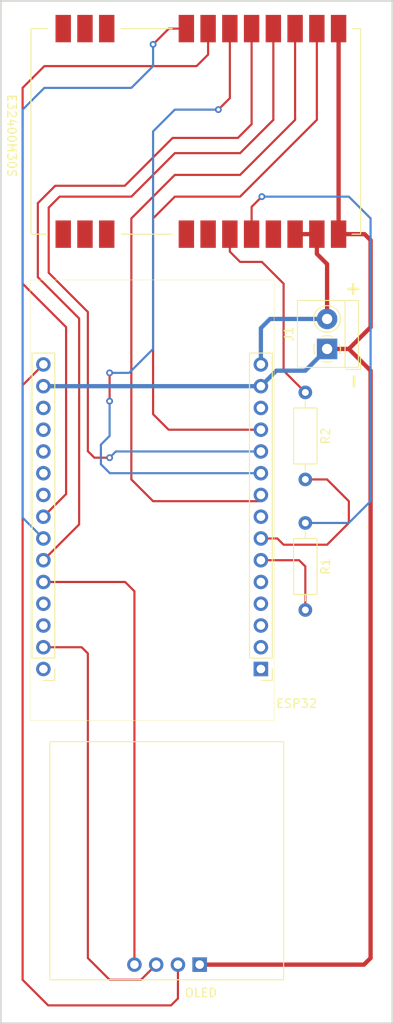
<source format=kicad_pcb>
(kicad_pcb (version 20211014) (generator pcbnew)
  (layers (0 "F.Cu" signal) (31 "B.Cu" signal) (34 "B.Paste" user) (35 "F.Paste" user) (36 "B.SilkS" user "B.Silkscreen") (37 "F.SilkS" user "F.Silkscreen") (38 "B.Mask" user) (39 "F.Mask" user) (44 "Edge.Cuts" user))
  (net 0 "")
  (net 1 "GND")
  (net 2 "+5V")
  (net 3 "Net-(R1-Pad1)")
  (net 4 "Net-(R1-Pad2)")
  (net 5 "Net-(R2-Pad1)")
  (net 6 "Net-(R2-Pad2)")
  (net 13 "Net-(U1-Pad9)")
  (net 14 "Net-(U1-Pad10)")
  (net 15 "Net-(U1-Pad11)")
  (net 16 "Net-(U1-Pad12)")
  (net 18 "Net-(U1-Pad16)")
  (net 24 "Net-(U1-Pad23)")
  (net 25 "Net-(U1-Pad24)")
  (net 26 "Net-(U1-Pad25)")
  (net 27 "Net-(U1-Pad26)")
  (net 30 "Net-(U1-Pad29)")
  (footprint "TinyGS:E32400M" (layer "F.Cu") (at 146.155 33.72 -90)
    (fp_text reference "U2")
    (fp_text value "E32400M30S" (at 12.508 40.745 -90 unlocked) (layer "F.SilkS"))
    (fp_line (start 24 38.5) (end 24 36.56) (layer "F.SilkS") (width 0.12))
    (fp_line (start 0 38.5) (end 0 36.56) (layer "F.SilkS") (width 0.12))
    (fp_line (start 0 22) (end 0 28) (layer "F.SilkS") (width 0.12))
    (fp_line (start 24 0) (end 24 1) (layer "F.SilkS") (width 0.12))
    (fp_line (start 0 0) (end 0 1) (layer "F.SilkS") (width 0.12))
    (fp_line (start 0 38.5) (end 24 38.5) (layer "F.SilkS") (width 0.12))
    (fp_line (start 0 0) (end 24 0) (layer "F.SilkS") (width 0.12))
    (fp_line (start 24 22) (end 24 27.94) (layer "F.SilkS") (width 0.12))
    (pad "1" smd rect (at 24 34.731 270) (size 3.2 1.8) (layers "F.Cu" "F.Paste" "F.Mask"))
    (pad "2" smd rect (at 24 32.191 270) (size 3.2 1.8) (layers "F.Cu" "F.Paste" "F.Mask"))
    (pad "3" smd rect (at 24 29.651 270) (size 3.2 1.8) (layers "F.Cu" "F.Paste" "F.Mask"))
    (pad "4" smd rect (at 24 20.351 270) (size 3.2 1.8) (layers "F.Cu" "F.Paste" "F.Mask"))
    (pad "5" smd rect (at 24 17.811 270) (size 3.2 1.8) (layers "F.Cu" "F.Paste" "F.Mask"))
    (pad "6" smd rect (at 24 15.271 270) (size 3.2 1.8) (layers "F.Cu" "F.Paste" "F.Mask") (net 5 "Net-(R2-Pad1)"))
    (pad "7" smd rect (at 24 12.731 270) (size 3.2 1.8) (layers "F.Cu" "F.Paste" "F.Mask") (net 3 "Net-(R1-Pad1)"))
    (pad "8" smd rect (at 24 10.191 270) (size 3.2 1.8) (layers "F.Cu" "F.Paste" "F.Mask"))
    (pad "9" smd rect (at 24 7.651 270) (size 3.2 1.8) (layers "F.Cu" "F.Paste" "F.Mask") (net 2 "+5V"))
    (pad "10" smd rect (at 24 5.111 270) (size 3.2 1.8) (layers "F.Cu" "F.Paste" "F.Mask") (net 2 "+5V"))
    (pad "11" smd rect (at 24 2.571 270) (size 3.2 1.8) (layers "F.Cu" "F.Paste" "F.Mask") (net 1 "GND"))
    (pad "18" smd rect (at 0 2.571 270) (size 3.2 1.8) (layers "F.Cu" "F.Paste" "F.Mask") (net 1 "GND"))
    (pad "19" smd rect (at 0 5.111 270) (size 3.2 1.8) (layers "F.Cu" "F.Paste" "F.Mask") (net 16 "Net-(U1-Pad12)"))
    (pad "20" smd rect (at 0 7.651 270) (size 3.2 1.8) (layers "F.Cu" "F.Paste" "F.Mask") (net 13 "Net-(U1-Pad9)"))
    (pad "21" smd rect (at 0 10.191 270) (size 3.2 1.8) (layers "F.Cu" "F.Paste" "F.Mask") (net 15 "Net-(U1-Pad11)"))
    (pad "22" smd rect (at 0 12.731 270) (size 3.2 1.8) (layers "F.Cu" "F.Paste" "F.Mask") (net 26 "Net-(U1-Pad25)"))
    (pad "23" smd rect (at 0 15.271 270) (size 3.2 1.8) (layers "F.Cu" "F.Paste" "F.Mask") (net 14 "Net-(U1-Pad10)"))
    (pad "24" smd rect (at 0 17.811 270) (size 3.2 1.8) (layers "F.Cu" "F.Paste" "F.Mask") (net 24 "Net-(U1-Pad23)"))
    (pad "25" smd rect (at 0 20.351 270) (size 3.2 1.8) (layers "F.Cu" "F.Paste" "F.Mask") (net 25 "Net-(U1-Pad24)"))
    (pad "26" smd rect (at 0 29.651 270) (size 3.2 1.8) (layers "F.Cu" "F.Paste" "F.Mask"))
    (pad "27" smd rect (at 0 32.191 270) (size 3.2 1.8) (layers "F.Cu" "F.Paste" "F.Mask"))
    (pad "28" smd rect (at 0 34.731 270) (size 3.2 1.8) (layers "F.Cu" "F.Paste" "F.Mask"))
  )
  (footprint "Resistor_THT:R_Axial_DIN0207_L6.3mm_D2.5mm_P10.16mm_Horizontal" (layer "F.Cu") (at 139.7 76.2 -90)
    (fp_text reference "R2" (at 5.08 -2.37 90) (layer "F.SilkS"))
    (fp_text value "1K")
    (fp_line (start 1.81 1.37) (end 8.35 1.37) (layer "F.SilkS") (width 0.12))
    (fp_line (start 1.04 0) (end 1.81 0) (layer "F.SilkS") (width 0.12))
    (fp_line (start 1.81 -1.37) (end 1.81 1.37) (layer "F.SilkS") (width 0.12))
    (fp_line (start 8.35 -1.37) (end 1.81 -1.37) (layer "F.SilkS") (width 0.12))
    (fp_line (start 9.12 0) (end 8.35 0) (layer "F.SilkS") (width 0.12))
    (fp_line (start 8.35 1.37) (end 8.35 -1.37) (layer "F.SilkS") (width 0.12))
    (pad "1" thru_hole circle (at 0 0 270) (size 1.6 1.6) (drill 0.8) (layers *.Cu *.Mask) (net 5 "Net-(R2-Pad1)"))
    (pad "2" thru_hole oval (at 10.16 0 270) (size 1.6 1.6) (drill 0.8) (layers *.Cu *.Mask) (net 6 "Net-(R2-Pad2)"))
  )
  (footprint "TinyGS:ESP32" (layer "F.Cu") (at 136.0575 114.5125 180)
    (fp_text reference "U1")
    (fp_text value "ESP32" (at -2.6265 1.9905) (layer "F.SilkS"))
    (fp_line (start 0.22 42.91) (end 2.88 42.91) (layer "F.SilkS") (width 0.12))
    (fp_line (start 0.22 4.69) (end 1.55 4.69) (layer "F.SilkS") (width 0.12))
    (fp_line (start 28.28 7.29) (end 28.28 42.91) (layer "F.SilkS") (width 0.12))
    (fp_line (start 2.88 7.29) (end 2.88 42.91) (layer "F.SilkS") (width 0.12))
    (fp_line (start 25.62 6.02) (end 25.62 4.69) (layer "F.SilkS") (width 0.12))
    (fp_line (start 25.62 4.69) (end 26.95 4.69) (layer "F.SilkS") (width 0.12))
    (fp_line (start 25.62 7.29) (end 25.62 42.91) (layer "F.SilkS") (width 0.12))
    (fp_line (start 25.62 7.29) (end 28.28 7.29) (layer "F.SilkS") (width 0.12))
    (fp_line (start 25.62 42.91) (end 28.28 42.91) (layer "F.SilkS") (width 0.12))
    (fp_line (start 0.22 6.02) (end 0.22 4.69) (layer "F.SilkS") (width 0.12))
    (fp_line (start 0.22 7.29) (end 0.22 42.91) (layer "F.SilkS") (width 0.12))
    (fp_line (start 0.22 7.29) (end 2.88 7.29) (layer "F.SilkS") (width 0.12))
    (fp_rect (start 0 0) (end 28.5 51.45) (layer "F.SilkS") (width 0.05) (fill none))
    (pad "1" thru_hole rect (at 1.55 6.02 180) (size 1.7 1.7) (drill 1) (layers *.Cu *.Mask))
    (pad "2" thru_hole oval (at 1.55 8.56 180) (size 1.7 1.7) (drill 1) (layers *.Cu *.Mask))
    (pad "3" thru_hole oval (at 1.55 11.1 180) (size 1.7 1.7) (drill 1) (layers *.Cu *.Mask))
    (pad "4" thru_hole oval (at 1.55 13.64 180) (size 1.7 1.7) (drill 1) (layers *.Cu *.Mask))
    (pad "5" thru_hole oval (at 1.55 16.18 180) (size 1.7 1.7) (drill 1) (layers *.Cu *.Mask))
    (pad "6" thru_hole oval (at 1.55 18.72 180) (size 1.7 1.7) (drill 1) (layers *.Cu *.Mask) (net 4 "Net-(R1-Pad2)"))
    (pad "7" thru_hole oval (at 1.55 21.26 180) (size 1.7 1.7) (drill 1) (layers *.Cu *.Mask) (net 6 "Net-(R2-Pad2)"))
    (pad "8" thru_hole oval (at 1.55 23.8 180) (size 1.7 1.7) (drill 1) (layers *.Cu *.Mask))
    (pad "9" thru_hole oval (at 1.55 26.34 180) (size 1.7 1.7) (drill 1) (layers *.Cu *.Mask) (net 13 "Net-(U1-Pad9)"))
    (pad "10" thru_hole oval (at 1.55 28.88 180) (size 1.7 1.7) (drill 1) (layers *.Cu *.Mask) (net 14 "Net-(U1-Pad10)"))
    (pad "11" thru_hole oval (at 1.55 31.42 180) (size 1.7 1.7) (drill 1) (layers *.Cu *.Mask) (net 15 "Net-(U1-Pad11)"))
    (pad "12" thru_hole oval (at 1.55 33.96 180) (size 1.7 1.7) (drill 1) (layers *.Cu *.Mask) (net 16 "Net-(U1-Pad12)"))
    (pad "13" thru_hole oval (at 1.55 36.5 180) (size 1.7 1.7) (drill 1) (layers *.Cu *.Mask))
    (pad "14" thru_hole oval (at 1.55 39.04 180) (size 1.7 1.7) (drill 1) (layers *.Cu *.Mask) (net 1 "GND"))
    (pad "15" thru_hole oval (at 1.55 41.58 180) (size 1.7 1.7) (drill 1) (layers *.Cu *.Mask) (net 2 "+5V"))
    (pad "16" thru_hole oval (at 26.95 41.58 180) (size 1.7 1.7) (drill 1) (layers *.Cu *.Mask) (net 18 "Net-(U1-Pad16)"))
    (pad "17" thru_hole oval (at 26.95 39.04 180) (size 1.7 1.7) (drill 1) (layers *.Cu *.Mask) (net 1 "GND"))
    (pad "18" thru_hole oval (at 26.95 36.5 180) (size 1.7 1.7) (drill 1) (layers *.Cu *.Mask))
    (pad "19" thru_hole oval (at 26.95 33.96 180) (size 1.7 1.7) (drill 1) (layers *.Cu *.Mask))
    (pad "20" thru_hole oval (at 26.95 31.42 180) (size 1.7 1.7) (drill 1) (layers *.Cu *.Mask))
    (pad "21" thru_hole oval (at 26.95 28.88 180) (size 1.7 1.7) (drill 1) (layers *.Cu *.Mask))
    (pad "22" thru_hole oval (at 26.95 26.34 180) (size 1.7 1.7) (drill 1) (layers *.Cu *.Mask))
    (pad "23" thru_hole oval (at 26.95 23.8 180) (size 1.7 1.7) (drill 1) (layers *.Cu *.Mask) (net 24 "Net-(U1-Pad23)"))
    (pad "24" thru_hole oval (at 26.95 21.26 180) (size 1.7 1.7) (drill 1) (layers *.Cu *.Mask) (net 25 "Net-(U1-Pad24)"))
    (pad "25" thru_hole oval (at 26.95 18.72 180) (size 1.7 1.7) (drill 1) (layers *.Cu *.Mask) (net 26 "Net-(U1-Pad25)"))
    (pad "26" thru_hole oval (at 26.95 16.18 180) (size 1.7 1.7) (drill 1) (layers *.Cu *.Mask) (net 27 "Net-(U1-Pad26)"))
    (pad "27" thru_hole oval (at 26.95 13.64 180) (size 1.7 1.7) (drill 1) (layers *.Cu *.Mask))
    (pad "28" thru_hole oval (at 26.95 11.1 180) (size 1.7 1.7) (drill 1) (layers *.Cu *.Mask))
    (pad "29" thru_hole oval (at 26.95 8.56 180) (size 1.7 1.7) (drill 1) (layers *.Cu *.Mask) (net 30 "Net-(U1-Pad29)"))
    (pad "30" thru_hole circle (at 26.95 6.02 180) (size 1.7 1.7) (drill 1) (layers *.Cu *.Mask))
  )
  (footprint "Resistor_THT:R_Axial_DIN0207_L6.3mm_D2.5mm_P10.16mm_Horizontal" (layer "F.Cu") (at 139.7 91.44 -90)
    (fp_text reference "R1" (at 5.08 -2.37 90) (layer "F.SilkS"))
    (fp_text value "1K")
    (fp_line (start 1.81 1.37) (end 8.35 1.37) (layer "F.SilkS") (width 0.12))
    (fp_line (start 1.81 -1.37) (end 1.81 1.37) (layer "F.SilkS") (width 0.12))
    (fp_line (start 8.35 1.37) (end 8.35 -1.37) (layer "F.SilkS") (width 0.12))
    (fp_line (start 8.35 -1.37) (end 1.81 -1.37) (layer "F.SilkS") (width 0.12))
    (fp_line (start 1.04 0) (end 1.81 0) (layer "F.SilkS") (width 0.12))
    (fp_line (start 9.12 0) (end 8.35 0) (layer "F.SilkS") (width 0.12))
    (pad "1" thru_hole circle (at 0 0 270) (size 1.6 1.6) (drill 0.8) (layers *.Cu *.Mask) (net 3 "Net-(R1-Pad1)"))
    (pad "2" thru_hole oval (at 10.16 0 270) (size 1.6 1.6) (drill 0.8) (layers *.Cu *.Mask) (net 4 "Net-(R1-Pad2)"))
  )
  (footprint "TinyGS:OLED" (layer "F.Cu") (at 137.16 144.78 180)
    (fp_text reference "U3")
    (fp_text value "OLED" (at 9.652 -1.524) (layer "F.SilkS"))
    (fp_rect (start 0 0) (end 27.3 27.8) (layer "F.SilkS") (width 0.12) (fill none))
    (pad "1" thru_hole rect (at 9.8 1.77 270) (size 1.7 1.7) (drill 1) (layers *.Cu *.Mask) (net 1 "GND"))
    (pad "2" thru_hole oval (at 12.34 1.77 270) (size 1.7 1.7) (drill 1) (layers *.Cu *.Mask) (net 18 "Net-(U1-Pad16)"))
    (pad "3" thru_hole oval (at 14.88 1.77 270) (size 1.7 1.7) (drill 1) (layers *.Cu *.Mask) (net 30 "Net-(U1-Pad29)"))
    (pad "4" thru_hole oval (at 17.42 1.77 270) (size 1.7 1.7) (drill 1) (layers *.Cu *.Mask) (net 27 "Net-(U1-Pad26)"))
  )
  (footprint "TerminalBlock_4Ucon:TerminalBlock_4Ucon_1x02_P3.50mm_Horizontal" (layer "F.Cu") (at 142.24 71.12 90)
    (fp_text reference "J1" (at 1.75 -4.46 90) (layer "F.SilkS"))
    (fp_text value "Power Input")
    (fp_line (start -2.16 2.1) (end 5.66 2.1) (layer "F.SilkS") (width 0.12))
    (fp_line (start -2.16 -3.46) (end -2.16 3.66) (layer "F.SilkS") (width 0.12))
    (fp_line (start -2.4 2.16) (end -2.4 3.9) (layer "F.SilkS") (width 0.12))
    (fp_line (start 5.66 -3.46) (end 5.66 3.66) (layer "F.SilkS") (width 0.12))
    (fp_line (start -2.16 -3.46) (end 5.66 -3.46) (layer "F.SilkS") (width 0.12))
    (fp_line (start -2.16 3.66) (end 5.66 3.66) (layer "F.SilkS") (width 0.12))
    (fp_line (start -2.4 3.9) (end -0.9 3.9) (layer "F.SilkS") (width 0.12))
    (fp_arc (start -1.432109 0.607742) (mid -1.555727 -0.00014) (end -1.432 -0.608) (layer "F.SilkS") (width 0.12))
    (fp_arc (start 0.607587 1.431385) (mid 0.310017 1.523783) (end 0 1.555) (layer "F.SilkS") (width 0.12))
    (fp_arc (start 1.432109 -0.607742) (mid 1.555727 0.00014) (end 1.432 0.608) (layer "F.SilkS") (width 0.12))
    (fp_arc (start -0.607742 -1.432109) (mid 0.00014 -1.555727) (end 0.608 -1.432) (layer "F.SilkS") (width 0.12))
    (fp_arc (start 0.027011 1.555493) (mid -0.296984 1.527118) (end -0.608 1.432) (layer "F.SilkS") (width 0.12))
    (fp_circle (center 3.5 0) (end 5.055 0) (layer "F.SilkS") (width 0.12) (fill none))
    (pad "1" thru_hole rect (at 0 0 90) (size 2.4 2.4) (drill 1.2) (layers *.Cu *.Mask) (net 1 "GND"))
    (pad "2" thru_hole circle (at 3.5 0 90) (size 2.4 2.4) (drill 1.2) (layers *.Cu *.Mask) (net 2 "+5V"))
  )
  (gr_rect (start 149.86 149.86) (end 104.14 30.48) (layer "Edge.Cuts") (width 0.2) (fill none))
  (gr_text "+" (at 145.288 64.008) (layer "F.SilkS") (effects (font (size 1.5 1.5) (thickness 0.3)) (justify mirror)))
  (gr_text "-" (at 145.288 74.93 90) (layer "F.SilkS") (effects (font (size 1.5 1.5) (thickness 0.3)) (justify mirror)))
  (segment (start 147.32 68.58) (end 144.78 71.12) (width 0.5) (layer "F.Cu") (net 1))
  (segment (start 147.32 142.24) (end 147.32 73.66) (width 0.5) (layer "F.Cu") (net 1))
  (segment (start 143.584 57.72) (end 146.62 57.72) (width 0.5) (layer "F.Cu") (net 1))
  (segment (start 127.36 143.01) (end 146.55 143.01) (width 0.5) (layer "F.Cu") (net 1))
  (segment (start 146.62 57.72) (end 147.32 58.42) (width 0.5) (layer "F.Cu") (net 1))
  (segment (start 143.584 33.72) (end 143.584 57.72) (width 0.5) (layer "F.Cu") (net 1))
  (segment (start 146.55 143.01) (end 147.32 142.24) (width 0.5) (layer "F.Cu") (net 1))
  (segment (start 147.32 58.42) (end 147.32 68.58) (width 0.5) (layer "F.Cu") (net 1))
  (segment (start 147.32 73.66) (end 144.78 71.12) (width 0.5) (layer "F.Cu") (net 1))
  (segment (start 144.78 71.12) (end 142.24 71.12) (width 0.5) (layer "F.Cu") (net 1))
  (segment (start 139.7 73.66) (end 142.24 71.12) (width 0.5) (layer "B.Cu") (net 1))
  (segment (start 109.1075 75.4725) (end 134.5075 75.4725) (width 0.5) (layer "B.Cu") (net 1))
  (segment (start 134.5075 75.4725) (end 136.32 73.66) (width 0.5) (layer "B.Cu") (net 1))
  (segment (start 136.32 73.66) (end 139.7 73.66) (width 0.5) (layer "B.Cu") (net 1))
  (segment (start 141.044 60.018) (end 142.24 61.214) (width 0.5) (layer "F.Cu") (net 2))
  (segment (start 138.504 57.72) (end 141.044 57.72) (width 0.5) (layer "F.Cu") (net 2))
  (segment (start 142.24 61.214) (end 142.24 67.62) (width 0.5) (layer "F.Cu") (net 2))
  (segment (start 141.044 57.72) (end 141.044 60.018) (width 0.5) (layer "F.Cu") (net 2))
  (segment (start 135.58 67.62) (end 142.24 67.62) (width 0.5) (layer "B.Cu") (net 2))
  (segment (start 134.5075 72.9325) (end 134.5075 68.6925) (width 0.5) (layer "B.Cu") (net 2))
  (segment (start 134.5075 68.6925) (end 135.58 67.62) (width 0.5) (layer "B.Cu") (net 2))
  (segment (start 133.424 54.536) (end 134.62 53.34) (width 0.25) (layer "F.Cu") (net 3))
  (segment (start 133.424 57.72) (end 133.424 54.536) (width 0.25) (layer "F.Cu") (net 3))
  (via (at 134.62 53.34) (size 0.8) (drill 0.4) (layers "F.Cu" "B.Cu") (net 3))
  (segment (start 139.7 91.44) (end 144.78 91.44) (width 0.25) (layer "B.Cu") (net 3))
  (segment (start 147.32 88.9) (end 147.32 55.88) (width 0.25) (layer "B.Cu") (net 3))
  (segment (start 147.32 55.88) (end 144.78 53.34) (width 0.25) (layer "B.Cu") (net 3))
  (segment (start 144.78 53.34) (end 134.62 53.34) (width 0.25) (layer "B.Cu") (net 3))
  (segment (start 144.78 91.44) (end 147.32 88.9) (width 0.25) (layer "B.Cu") (net 3))
  (segment (start 139.7 96.52) (end 139.7 101.6) (width 0.25) (layer "F.Cu") (net 4))
  (segment (start 134.5075 95.7925) (end 138.9725 95.7925) (width 0.25) (layer "F.Cu") (net 4))
  (segment (start 138.9725 95.7925) (end 139.7 96.52) (width 0.25) (layer "F.Cu") (net 4))
  (segment (start 130.884 59.764) (end 130.884 57.72) (width 0.25) (layer "F.Cu") (net 5))
  (segment (start 137.16 63.5) (end 134.62 60.96) (width 0.25) (layer "F.Cu") (net 5))
  (segment (start 139.7 76.2) (end 137.16 73.66) (width 0.25) (layer "F.Cu") (net 5))
  (segment (start 134.62 60.96) (end 132.08 60.96) (width 0.25) (layer "F.Cu") (net 5))
  (segment (start 132.08 60.96) (end 130.884 59.764) (width 0.25) (layer "F.Cu") (net 5))
  (segment (start 137.16 73.66) (end 137.16 63.5) (width 0.25) (layer "F.Cu") (net 5))
  (segment (start 136.4325 93.2525) (end 134.5075 93.2525) (width 0.25) (layer "F.Cu") (net 6))
  (segment (start 139.7 86.36) (end 142.24 86.36) (width 0.25) (layer "F.Cu") (net 6))
  (segment (start 137.16 93.98) (end 136.4325 93.2525) (width 0.25) (layer "F.Cu") (net 6))
  (segment (start 144.78 88.9) (end 144.78 91.44) (width 0.25) (layer "F.Cu") (net 6))
  (segment (start 142.24 93.98) (end 137.16 93.98) (width 0.25) (layer "F.Cu") (net 6))
  (segment (start 144.78 91.44) (end 142.24 93.98) (width 0.25) (layer "F.Cu") (net 6))
  (segment (start 142.24 86.36) (end 144.78 88.9) (width 0.25) (layer "F.Cu") (net 6))
  (segment (start 132.08 50.8) (end 124.46 50.8) (width 0.25) (layer "F.Cu") (net 13))
  (segment (start 119.38 86.36) (end 121.92 88.9) (width 0.25) (layer "F.Cu") (net 13))
  (segment (start 119.38 55.88) (end 119.38 86.36) (width 0.25) (layer "F.Cu") (net 13))
  (segment (start 134.62 88.285) (end 134.5075 88.1725) (width 0.25) (layer "F.Cu") (net 13))
  (segment (start 121.92 88.9) (end 134.62 88.9) (width 0.25) (layer "F.Cu") (net 13))
  (segment (start 138.504 33.72) (end 138.504 44.376) (width 0.25) (layer "F.Cu") (net 13))
  (segment (start 124.46 50.8) (end 119.38 55.88) (width 0.25) (layer "F.Cu") (net 13))
  (segment (start 134.62 88.9) (end 134.62 88.285) (width 0.25) (layer "F.Cu") (net 13))
  (segment (start 138.504 44.376) (end 132.08 50.8) (width 0.25) (layer "F.Cu") (net 13))
  (segment (start 130.884 33.72) (end 130.884 41.836) (width 0.25) (layer "F.Cu") (net 14))
  (segment (start 130.884 41.836) (end 129.54 43.18) (width 0.25) (layer "F.Cu") (net 14))
  (segment (start 116.84 77.216) (end 116.84 73.914) (width 0.25) (layer "F.Cu") (net 14))
  (via (at 116.84 77.216) (size 0.8) (drill 0.4) (layers "F.Cu" "B.Cu") (net 14))
  (via (at 129.54 43.18) (size 0.8) (drill 0.4) (layers "F.Cu" "B.Cu") (net 14))
  (via (at 116.84 73.914) (size 0.8) (drill 0.4) (layers "F.Cu" "B.Cu") (net 14))
  (segment (start 115.824 82.296) (end 115.824 84.582) (width 0.25) (layer "B.Cu") (net 14))
  (segment (start 116.84 77.216) (end 116.84 81.28) (width 0.25) (layer "B.Cu") (net 14))
  (segment (start 115.824 84.582) (end 116.8745 85.6325) (width 0.25) (layer "B.Cu") (net 14))
  (segment (start 121.92 45.72) (end 124.46 43.18) (width 0.25) (layer "B.Cu") (net 14))
  (segment (start 116.84 81.28) (end 115.824 82.296) (width 0.25) (layer "B.Cu") (net 14))
  (segment (start 121.92 71.12) (end 121.92 45.72) (width 0.25) (layer "B.Cu") (net 14))
  (segment (start 124.46 43.18) (end 129.54 43.18) (width 0.25) (layer "B.Cu") (net 14))
  (segment (start 116.8745 85.6325) (end 134.5075 85.6325) (width 0.25) (layer "B.Cu") (net 14))
  (segment (start 116.84 73.914) (end 119.126 73.914) (width 0.25) (layer "B.Cu") (net 14))
  (segment (start 119.126 73.914) (end 121.92 71.12) (width 0.25) (layer "B.Cu") (net 14))
  (segment (start 114.3 83.058) (end 115.062 83.82) (width 0.25) (layer "F.Cu") (net 15))
  (segment (start 115.062 83.82) (end 116.84 83.82) (width 0.25) (layer "F.Cu") (net 15))
  (segment (start 132.08 48.26) (end 124.46 48.26) (width 0.25) (layer "F.Cu") (net 15))
  (segment (start 109.728 54.61) (end 109.728 62.23) (width 0.25) (layer "F.Cu") (net 15))
  (segment (start 135.964 44.376) (end 132.08 48.26) (width 0.25) (layer "F.Cu") (net 15))
  (segment (start 119.38 53.34) (end 110.998 53.34) (width 0.25) (layer "F.Cu") (net 15))
  (segment (start 135.964 33.72) (end 135.964 44.376) (width 0.25) (layer "F.Cu") (net 15))
  (segment (start 124.46 48.26) (end 119.38 53.34) (width 0.25) (layer "F.Cu") (net 15))
  (segment (start 114.3 66.802) (end 114.3 83.058) (width 0.25) (layer "F.Cu") (net 15))
  (segment (start 109.728 62.23) (end 114.3 66.802) (width 0.25) (layer "F.Cu") (net 15))
  (segment (start 110.998 53.34) (end 109.728 54.61) (width 0.25) (layer "F.Cu") (net 15))
  (via (at 116.84 83.82) (size 0.8) (drill 0.4) (layers "F.Cu" "B.Cu") (net 15))
  (segment (start 116.84 83.82) (end 117.5675 83.0925) (width 0.25) (layer "B.Cu") (net 15))
  (segment (start 117.5675 83.0925) (end 134.5075 83.0925) (width 0.25) (layer "B.Cu") (net 15))
  (segment (start 141.044 33.72) (end 141.044 44.376) (width 0.25) (layer "F.Cu") (net 16))
  (segment (start 141.044 44.376) (end 132.08 53.34) (width 0.25) (layer "F.Cu") (net 16))
  (segment (start 132.08 53.34) (end 124.46 53.34) (width 0.25) (layer "F.Cu") (net 16))
  (segment (start 124.46 53.34) (end 121.92 55.88) (width 0.25) (layer "F.Cu") (net 16))
  (segment (start 123.7325 80.5525) (end 134.5075 80.5525) (width 0.25) (layer "F.Cu") (net 16))
  (segment (start 121.92 55.88) (end 121.92 78.74) (width 0.25) (layer "F.Cu") (net 16))
  (segment (start 121.92 78.74) (end 123.7325 80.5525) (width 0.25) (layer "F.Cu") (net 16))
  (segment (start 124.01048 147.76952) (end 109.66952 147.76952) (width 0.25) (layer "F.Cu") (net 18))
  (segment (start 124.82 146.96) (end 124.01048 147.76952) (width 0.25) (layer "F.Cu") (net 18))
  (segment (start 106.68 75.36) (end 109.1075 72.9325) (width 0.25) (layer "F.Cu") (net 18))
  (segment (start 109.66952 147.76952) (end 106.68 144.78) (width 0.25) (layer "F.Cu") (net 18))
  (segment (start 124.82 143.01) (end 124.82 146.96) (width 0.25) (layer "F.Cu") (net 18))
  (segment (start 106.68 144.78) (end 106.68 75.36) (width 0.25) (layer "F.Cu") (net 18))
  (segment (start 109.1075 90.7125) (end 111.76 88.06) (width 0.25) (layer "F.Cu") (net 24))
  (segment (start 128.344 36.756) (end 128.344 33.72) (width 0.25) (layer "F.Cu") (net 24))
  (segment (start 111.76 88.06) (end 111.76 68.58) (width 0.25) (layer "F.Cu") (net 24))
  (segment (start 111.76 68.58) (end 106.68 63.5) (width 0.25) (layer "F.Cu") (net 24))
  (segment (start 106.68 63.5) (end 106.68 40.64) (width 0.25) (layer "F.Cu") (net 24))
  (segment (start 127 38.1) (end 128.344 36.756) (width 0.25) (layer "F.Cu") (net 24))
  (segment (start 106.68 40.64) (end 109.22 38.1) (width 0.25) (layer "F.Cu") (net 24))
  (segment (start 109.22 38.1) (end 127 38.1) (width 0.25) (layer "F.Cu") (net 24))
  (segment (start 125.804 33.72) (end 123.76 33.72) (width 0.25) (layer "F.Cu") (net 25))
  (segment (start 123.76 33.72) (end 121.92 35.56) (width 0.25) (layer "F.Cu") (net 25))
  (via (at 121.92 35.56) (size 0.8) (drill 0.4) (layers "F.Cu" "B.Cu") (net 25))
  (segment (start 121.92 38.1) (end 119.38 40.64) (width 0.25) (layer "B.Cu") (net 25))
  (segment (start 109.22 40.64) (end 106.68 43.18) (width 0.25) (layer "B.Cu") (net 25))
  (segment (start 106.68 43.18) (end 106.68 90.825) (width 0.25) (layer "B.Cu") (net 25))
  (segment (start 121.92 35.56) (end 121.92 38.1) (width 0.25) (layer "B.Cu") (net 25))
  (segment (start 119.38 40.64) (end 109.22 40.64) (width 0.25) (layer "B.Cu") (net 25))
  (segment (start 106.68 90.825) (end 109.1075 93.2525) (width 0.25) (layer "B.Cu") (net 25))
  (segment (start 113.284 67.564) (end 108.458 62.738) (width 0.25) (layer "F.Cu") (net 26))
  (segment (start 133.424 44.884) (end 133.424 44.376) (width 0.25) (layer "F.Cu") (net 26))
  (segment (start 113.284 91.616) (end 113.284 67.564) (width 0.25) (layer "F.Cu") (net 26))
  (segment (start 131.826 46.482) (end 133.424 44.884) (width 0.25) (layer "F.Cu") (net 26))
  (segment (start 110.49 52.07) (end 118.618 52.07) (width 0.25) (layer "F.Cu") (net 26))
  (segment (start 108.458 62.738) (end 108.458 54.102) (width 0.25) (layer "F.Cu") (net 26))
  (segment (start 133.424 33.72) (end 133.424 44.376) (width 0.25) (layer "F.Cu") (net 26))
  (segment (start 109.1075 95.7925) (end 113.284 91.616) (width 0.25) (layer "F.Cu") (net 26))
  (segment (start 108.458 54.102) (end 110.49 52.07) (width 0.25) (layer "F.Cu") (net 26))
  (segment (start 118.618 52.07) (end 124.206 46.482) (width 0.25) (layer "F.Cu") (net 26))
  (segment (start 124.206 46.482) (end 131.826 46.482) (width 0.25) (layer "F.Cu") (net 26))
  (segment (start 118.6525 98.3325) (end 109.1075 98.3325) (width 0.25) (layer "F.Cu") (net 27))
  (segment (start 119.74 99.42) (end 118.6525 98.3325) (width 0.25) (layer "F.Cu") (net 27))
  (segment (start 119.74 143.01) (end 119.74 99.42) (width 0.25) (layer "F.Cu") (net 27))
  (segment (start 114.3 106.68) (end 113.5725 105.9525) (width 0.25) (layer "F.Cu") (net 30))
  (segment (start 120.51 144.78) (end 116.84 144.78) (width 0.25) (layer "F.Cu") (net 30))
  (segment (start 116.84 144.78) (end 114.3 142.24) (width 0.25) (layer "F.Cu") (net 30))
  (segment (start 122.28 143.01) (end 120.51 144.78) (width 0.25) (layer "F.Cu") (net 30))
  (segment (start 113.5725 105.9525) (end 109.1075 105.9525) (width 0.25) (layer "F.Cu") (net 30))
  (segment (start 114.3 142.24) (end 114.3 106.68) (width 0.25) (layer "F.Cu") (net 30))
)
</source>
